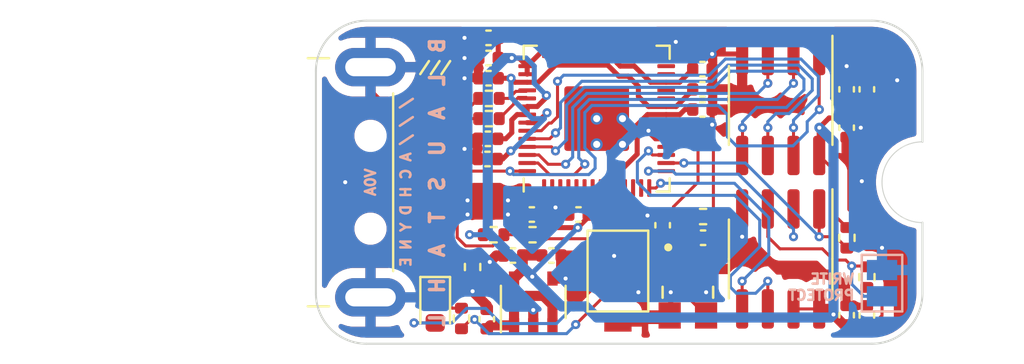
<source format=kicad_pcb>
(kicad_pcb (version 20240108) (generator "pcbnew") (generator_version "8.0")
  (layers (0 "F.Cu" signal) (31 "B.Cu" signal) (34 "B.Paste" user) (35 "F.Paste" user) (36 "B.SilkS" user "B.Silkscreen") (37 "F.SilkS" user "F.Silkscreen") (38 "B.Mask" user) (39 "F.Mask" user) (44 "Edge.Cuts" user))
  (net 0 "")
  (net 1 "GND")
  (net 2 "/PWR5V0")
  (net 3 "/PWR3V3")
  (net 4 "Net-(FB1-Pad2)")
  (net 5 "/USB_DP")
  (net 6 "/XIN")
  (net 7 "Net-(C2-Pad1)")
  (net 8 "/PWR1V1")
  (net 15 "/SPI_SS_FRAM")
  (net 16 "/SPI_SCK")
  (net 17 "/SPI_MOSI")
  (net 18 "/SPI_MISO")
  (net 20 "/BOOT")
  (net 22 "/XOUT")
  (net 23 "/RP_QSPI_SS")
  (net 30 "Net-(D1-Pad1)")
  (net 31 "/LED")
  (net 39 "/ADC0")
  (net 40 "/ADC1")
  (net 41 "/ADC2")
  (net 42 "/ADC3")
  (net 43 "/USB_DN")
  (net 44 "/RP_QSPI_IO3")
  (net 45 "/RP_QSPI_SCK")
  (net 46 "/RP_QSPI_IO0")
  (net 47 "/RP_QSPI_IO2")
  (net 48 "/RP_QSPI_IO1")
  (net 49 "/USBC_DP")
  (net 50 "/USBC_DN")
  (net 53 "/SPI_WP")
  (footprint "Connector_USB:USB_A_CNCTech_1001-011-01101_Horizontal" (layer "F.Cu") (at 95.8 108.001 180)
    (property "Reference" "J1" (hide yes))
    (property "Value" "USB_A" (hide yes))
  )
  (footprint "Resistor_SMD:R_0402_1005Metric" (layer "F.Cu") (at 119.15 109.7)
    (property "Reference" "R4" (hide yes))
    (property "Value" "1K" (hide yes))
  )
  (footprint "Resistor_SMD:R_0402_1005Metric" (layer "F.Cu") (at 107.2 114.75 -90)
    (property "Reference" "R8" (hide yes))
    (property "Value" "536R" (hide yes))
  )
  (footprint "Capacitor_SMD:C_0402_1005Metric" (layer "F.Cu") (at 108.5375 102.85 180)
    (property "Reference" "C11" (hide yes))
    (property "Value" "1uF" (hide yes))
  )
  (footprint "Capacitor_SMD:C_0402_1005Metric" (layer "F.Cu") (at 108.4875 106.85 180)
    (property "Reference" "C9" (hide yes))
    (property "Value" "100nF" (hide yes))
  )
  (footprint "Package_SO:TSOP-5_1.65x3.05mm_P0.95mm" (layer "F.Cu") (at 110.75 113.93 90)
    (property "Reference" "U4" (hide yes))
    (property "Value" "NCP115" (hide yes))
  )
  (footprint "Resistor_SMD:R_0402_1005Metric" (layer "F.Cu") (at 126.2625 110.755 -90)
    (property "Reference" "R7" (hide yes))
    (property "Value" "10K" (hide yes))
  )
  (footprint "Resistor_SMD:R_0402_1005Metric" (layer "F.Cu") (at 108.79 110.6)
    (property "Reference" "R5" (hide yes))
    (property "Value" "10K" (hide yes))
  )
  (footprint "LD-CRYSTALS:XTAL_ECS-240-8-33-AGN-TR" (layer "F.Cu") (at 118.3975 113.45 -90)
    (property "Reference" "Y1" (hide yes))
    (property "Value" "ECS-80-12-33-JGN-TR-12MHZ" (hide yes))
  )
  (footprint "Capacitor_SMD:C_0402_1005Metric" (layer "F.Cu") (at 117.15 110.13 -90)
    (property "Reference" "C1" (hide yes))
    (property "Value" "15pF" (hide yes))
  )
  (footprint "Resistor_SMD:R_0402_1005Metric" (layer "F.Cu") (at 107.75 112.2 90)
    (property "Reference" "FB1" (hide yes))
    (property "Value" "Ferrite_Bead_Small" (hide yes))
  )
  (footprint "Capacitor_SMD:C_0402_1005Metric" (layer "F.Cu") (at 119.1175 104.4)
    (property "Reference" "C13" (hide yes))
    (property "Value" "100nF" (hide yes))
  )
  (footprint "Capacitor_SMD:C_0402_1005Metric" (layer "F.Cu") (at 127.25 103.4 90)
    (property "Reference" "C3" (hide yes))
    (property "Value" "10uF" (hide yes))
  )
  (footprint "LED_SMD:LED_0603_1608Metric" (layer "F.Cu") (at 105.9 114.18 -90)
    (property "Reference" "D1" (hide yes))
    (property "Value" "LEDB" (hide yes))
  )
  (footprint "Capacitor_SMD:C_0402_1005Metric" (layer "F.Cu") (at 126.25 114.585 90)
    (property "Reference" "C16" (hide yes))
    (property "Value" "100nF" (hide yes))
  )
  (footprint "Capacitor_SMD:C_0402_1005Metric" (layer "F.Cu") (at 119.15 110.75)
    (property "Reference" "C2" (hide yes))
    (property "Value" "15pF" (hide yes))
  )
  (footprint "Capacitor_SMD:C_0402_1005Metric" (layer "F.Cu") (at 126.25 105.3 -90)
    (property "Reference" "C14" (hide yes))
    (property "Value" "100nF" (hide yes))
  )
  (footprint "Resistor_SMD:R_0402_1005Metric" (layer "F.Cu") (at 108.5575 103.85)
    (property "Reference" "R2" (hide yes))
    (property "Value" "27R" (hide yes))
  )
  (footprint "Capacitor_SMD:C_0402_1005Metric" (layer "F.Cu") (at 119.1175 102.4)
    (property "Reference" "C12" (hide yes))
    (property "Value" "100nF" (hide yes))
  )
  (footprint "Capacitor_SMD:C_0402_1005Metric" (layer "F.Cu") (at 108.5375 100.85 180)
    (property "Reference" "C6" (hide yes))
    (property "Value" "100nF" (hide yes))
  )
  (footprint "LD-MCUS:RP2040-QFN-56-OFFICIAL" (layer "F.Cu") (at 113.8875 104.85 90)
    (property "Reference" "U1" (hide yes))
    (property "Value" "RP2040" (hide yes))
  )
  (footprint "Package_SO:SOIC-8_3.9x4.9mm_P1.27mm" (layer "F.Cu") (at 122.9875 104.2 -90)
    (property "Reference" "U2" (hide yes))
    (property "Value" "W25Q32JVSS" (hide yes))
  )
  (footprint "Capacitor_SMD:C_0402_1005Metric" (layer "F.Cu") (at 108.5375 101.85 180)
    (property "Reference" "C4" (hide yes))
    (property "Value" "1uF" (hide yes))
  )
  (footprint "Resistor_SMD:R_0402_1005Metric" (layer "F.Cu") (at 108.5575 104.85)
    (property "Reference" "R3" (hide yes))
    (property "Value" "27R" (hide yes))
  )
  (footprint "Capacitor_SMD:C_0402_1005Metric" (layer "F.Cu") (at 112.9875 109.6 180)
    (property "Reference" "C8" (hide yes))
    (property "Value" "100nF" (hide yes))
  )
  (footprint "Capacitor_SMD:C_0402_1005Metric" (layer "F.Cu") (at 108.45 114.78 90)
    (property "Reference" "C17" (hide yes))
    (property "Value" "4.7uF" (hide yes))
  )
  (footprint "Resistor_SMD:R_0402_1005Metric" (layer "F.Cu") (at 110.715 110.6 180)
    (property "Reference" "R6" (hide yes))
    (property "Value" "1K" (hide yes))
  )
  (footprint "Capacitor_SMD:C_0402_1005Metric" (layer "F.Cu") (at 110.68 109.6 180)
    (property "Reference" "C5" (hide yes))
    (property "Value" "100nF" (hide yes))
  )
  (footprint "Capacitor_SMD:C_0402_1005Metric" (layer "F.Cu") (at 119.1175 103.4)
    (property "Reference" "C7" (hide yes))
    (property "Value" "100nF" (hide yes))
  )
  (footprint "Package_SO:SOIC-8_3.9x4.9mm_P1.27mm" (layer "F.Cu") (at 122.9875 111.8 -90)
    (property "Reference" "U3" (hide yes))
    (property "Value" "MB85RS16" (hide yes))
  )
  (footprint "Capacitor_SMD:C_0402_1005Metric" (layer "F.Cu") (at 126.25 103.4 90)
    (property "Reference" "C15" (hide yes))
    (property "Value" "1uF" (hide yes))
  )
  (footprint "LD-SWITCH:Button_2P_3x4mm" (layer "F.Cu") (at 114.9375 112.4 -90)
    (property "Reference" "SW1" (hide yes))
    (property "Value" "BOOT" (hide yes))
  )
  (footprint "Resistor_SMD:R_0402_1005Metric" (layer "F.Cu") (at 127.25 112.7 90)
    (property "Reference" "R1" (hide yes))
    (property "Value" "10K" (hide yes))
  )
  (footprint "Capacitor_SMD:C_0402_1005Metric" (layer "F.Cu") (at 108.5075 105.85 180)
    (property "Reference" "C10" (hide yes))
    (property "Value" "100nF" (hide yes))
  )
  (footprint "Capacitor_SMD:C_0402_1005Metric" (layer "F.Cu") (at 127.25 114.6 90)
    (property "Reference" "C20" (hide yes))
    (property "Value" "1uF" (hide yes))
  )
  (footprint "Capacitor_SMD:C_0402_1005Metric" (layer "F.Cu") (at 111.65 111.63)
    (property "Reference" "C19" (hide yes))
    (property "Value" "10uF" (hide yes))
  )
  (footprint "Capacitor_SMD:C_0402_1005Metric" (layer "F.Cu") (at 109.75 111.63 180)
    (property "Reference" "C18" (hide yes))
    (property "Value" "1uF" (hide yes))
  )
  (footprint "Jumper:SolderJumper-2_P1.3mm_Open_Pad1.0x1.5mm" (layer "B.Cu") (at 128 113 -90)
    (property "Reference" "JP1" (hide yes))
    (property "Value" "WP_ON" (hide yes))
  )
  (gr_arc (start 127.5 100) (mid 129.267767 100.732233) (end 130 102.5) (stroke (width 0.1)) (layer "Edge.Cuts"))
  (gr_line (start 127.5 116) (end 102.5 116) (stroke (width 0.1)) (layer "Edge.Cuts"))
  (gr_line (start 130 102.5) (end 130 106) (stroke (width 0.1)) (layer "Edge.Cuts"))
  (gr_arc (start 130 110) (mid 128 108) (end 130 106) (stroke (width 0.05)) (layer "Edge.Cuts"))
  (gr_arc (start 130 113.5) (mid 129.267767 115.267767) (end 127.5 116) (stroke (width 0.1)) (layer "Edge.Cuts"))
  (gr_line (start 100 113.5) (end 100 102.5) (stroke (width 0.1)) (layer "Edge.Cuts"))
  (gr_line (start 130 110) (end 130 113.5) (stroke (width 0.1)) (layer "Edge.Cuts"))
  (gr_arc (start 100 102.5) (mid 100.732233 100.732233) (end 102.5 100) (stroke (width 0.1)) (layer "Edge.Cuts"))
  (gr_line (start 102.5 100) (end 127.5 100) (stroke (width 0.1)) (layer "Edge.Cuts"))
  (gr_arc (start 102.5 116) (mid 100.732233 115.267767) (end 100 113.5) (stroke (width 0.1)) (layer "Edge.Cuts"))
  (gr_text "B  L  A  U  S  T  A  H  L" (at 106 108 90) (layer "B.SilkS") (effects (font (size 0.7 0.7) (thickness 0.175)) (justify mirror)))
  (gr_text "V0A" (at 102.7 108 90) (layer "B.SilkS") (effects (font (size 0.5 0.5) (thickness 0.125)) (justify mirror)))
  (gr_text "WRITE\nPROTECT" (at 126.7 113.2 0) (layer "B.SilkS") (effects (font (size 0.5 0.5) (thickness 0.125)) (justify left mirror)))
  (gr_text "/ / / A C H D Y N E" (at 104.45 108.001001 90) (layer "B.SilkS") (effects (font (size 0.5 0.5) (thickness 0.125)) (justify mirror)))
  (gr_text "///" (at 105.9 102.3 0) (layer "F.SilkS") (effects (font (size 0.5 0.5) (thickness 0.125))))
  (segment (start 108.0575 101.85) (end 107.35 101.85) (width 0.25) (layer "F.Cu") (net 1))
  (segment (start 126.25 114.105) (end 126.25 113.4) (width 0.25) (layer "F.Cu") (net 1))
  (segment (start 126.25 113.1) (end 125.6 112.45) (width 0.25) (layer "F.Cu") (net 1))
  (segment (start 108.0575 102.85) (end 107.35 102.85) (width 0.25) (layer "F.Cu") (net 1))
  (segment (start 115.2375 114.6) (end 114.9375 114.9) (width 0.15) (layer "F.Cu") (net 1))
  (segment (start 112.13 112.55) (end 112.35 112.77) (width 0.5) (layer "F.Cu") (net 1))
  (segment (start 121.0075 101.65) (end 121.0825 101.725) (width 0.25) (layer "F.Cu") (net 1))
  (segment (start 102.7 103.65) (end 102.7 102.301) (width 0.5) (layer "F.Cu") (net 1))
  (segment (start 108.45 114.3) (end 108.45 114.1) (width 0.5) (layer "F.Cu") (net 1))
  (segment (start 108.0275 105.85) (end 107.85 105.85) (width 0.5) (layer "F.Cu") (net 1))
  (segment (start 109.5 109.6) (end 107.5 109.6) (width 0.5) (layer "F.Cu") (net 1))
  (segment (start 108.45 114.1) (end 107.75 113.4) (width 0.5) (layer "F.Cu") (net 1))
  (segment (start 112.2 109.6) (end 111.85 109.25) (width 0.25) (layer "F.Cu") (net 1))
  (segment (start 119.68 110.7) (end 119.63 110.75) (width 0.25) (layer "F.Cu") (net 1))
  (segment (start 126.25 102.92) (end 126.25 102.25) (width 0.25) (layer "F.Cu") (net 1))
  (segment (start 110.2 109.6) (end 109.5 109.6) (width 0.5) (layer "F.Cu") (net 1))
  (segment (start 119.2975 111.0825) (end 119.63 110.75) (width 0.25) (layer "F.Cu") (net 1))
  (segment (start 107.85 105.85) (end 107.35 106.35) (width 0.5) (layer "F.Cu") (net 1))
  (segment (start 126.25 113.4) (end 126.25 113.1) (width 0.25) (layer "F.Cu") (net 1))
  (segment (start 110.75 114.33) (end 110.75 115.09) (width 0.5) (layer "F.Cu") (net 1))
  (segment (start 126.47 105.78) (end 126.95 105.3) (width 0.25) (layer "F.Cu") (net 1))
  (segment (start 112.5075 109.6) (end 112.2 109.6) (width 0.25) (layer "F.Cu") (net 1))
  (segment (start 126.25 114.105) (end 127.235 114.105) (width 0.25) (layer "F.Cu") (net 1))
  (segment (start 121.0825 109.325) (end 121.0825 110.7) (width 0.25) (layer "F.Cu") (net 1))
  (segment (start 119.5975 103.4) (end 119.5975 102.4) (width 0.25) (layer "F.Cu") (net 1))
  (segment (start 114.9375 114.9) (end 117.1975 114.9) (width 0.25) (layer "F.Cu") (net 1))
  (segment (start 108.92 111.63) (end 108.6 111.95) (width 0.5) (layer "F.Cu") (net 1))
  (segment (start 116.8 105.85) (end 117.325 105.85) (width 0.25) (layer "F.Cu") (net 1))
  (segment (start 103.551 104.501) (end 102.7 103.65) (width 0.5) (layer "F.Cu") (net 1))
  (segment (start 109.27 111.63) (end 108.92 111.63) (width 0.5) (layer "F.Cu") (net 1))
  (segment (start 116.4 109.65) (end 117.15 109.65) (width 0.25) (layer "F.Cu") (net 1))
  (segment (start 126.25 105.78) (end 126.47 105.78) (width 0.25) (layer "F.Cu") (net 1))
  (segment (start 125.6 112.45) (end 122.8325 112.45) (width 0.25) (layer "F.Cu") (net 1))
  (segment (start 119.5975 102.4) (end 119.5975 101.65) (width 0.25) (layer "F.Cu") (net 1))
  (segment (start 127.235 114.105) (end 127.25 114.12) (width 0.25) (layer "F.Cu") (net 1))
  (segment (start 111.7 112.77) (end 112.35 112.77) (width 0.5) (layer "F.Cu") (net 1))
  (segment (start 116.45 105.45) (end 116.45 105.5) (width 0.25) (layer "F.Cu") (net 1))
  (segment (start 126.25 102.92) (end 127.25 102.92) (width 0.25) (layer "F.Cu") (net 1))
  (segment (start 117.1975 114.9) (end 117.4975 114.6) (width 0.25) (layer "F.Cu") (net 1))
  (segment (start 107.35 100.85) (end 108.0575 100.85) (width 0.25) (layer "F.Cu") (net 1))
  (segment (start 117.55 113.45) (end 117.55 114.5475) (width 0.25) (layer "F.Cu") (net 1))
  (segment (start 117.55 114.5475) (end 117.4975 114.6) (width 0.25) (layer "F.Cu") (net 1))
  (segment (start 122.8325 112.45) (end 121.0825 110.7) (width 0.25) (layer "F.Cu") (net 1))
  (segment (start 119.2975 113.4475) (end 119.3 113.45) (width 0.25) (layer "F.Cu") (net 1))
  (segment (start 109.5 108.9) (end 107.5 108.9) (width 0.5) (layer "F.Cu") (net 1))
  (segment (start 119.2975 112.3) (end 119.2975 113.4475) (width 0.25) (layer "F.Cu") (net 1))
  (segment (start 108.0075 106.85) (end 107.85 106.85) (width 0.5) (layer "F.Cu") (net 1))
  (segment (start 119.6 105.15) (end 119.6 104.4025) (width 0.25) (layer "F.Cu") (net 1))
  (segment (start 107.85 106.85) (end 107.35 106.35) (width 0.5) (layer "F.Cu") (net 1))
  (segment (start 112.13 111.63) (end 112.13 112.55) (width 0.5) (layer "F.Cu") (net 1))
  (segment (start 105.45 104.501) (end 103.551 104.501) (width 0.5) (layer "F.Cu") (net 1))
  (segment (start 119.6 104.4025) (end 119.5975 104.4) (width 0.25) (layer "F.Cu") (net 1))
  (segment (start 116.45 105.5) (end 116.8 105.85) (width 0.25) (layer "F.Cu") (net 1))
  (segment (start 119.5975 101.65) (end 121.0075 101.65) (width 0.25) (layer "F.Cu") (net 1))
  (segment (start 119.2975 112.3) (end 119.2975 111.0825) (width 0.25) (layer "F.Cu") (net 1))
  (segment (start 119.5975 104.4) (end 119.5975 103.4) (width 0.25) (layer "F.Cu") (net 1))
  (segment (start 121.0825 110.7) (end 119.68 110.7) (width 0.25) (layer "F.Cu") (net 1))
  (via (at 119.6 105.15) (size 0.45) (drill 0.2) (layers "F.Cu" "B.Cu") (net 1))
  (via (at 111.85 109.25) (size 0.45) (drill 0.2) (layers "F.Cu" "B.Cu") (net 1))
  (via (at 128 111.25) (size 0.45) (drill 0.2) (layers "F.Cu" "B.Cu") (net 1))
  (via (at 116.45 105.45) (size 0.45) (drill 0.2) (layers "F.Cu" "B.Cu") (net 1))
  (via (at 107.35 102.85) (size 0.45) (drill 0.2) (layers "F.Cu" "B.Cu") (net 1))
  (via (at 107.5 109.6) (size 0.45) (drill 0.2) (layers "F.Cu" "B.Cu") (net 1))
  (via (at 127 107.95) (size 0.45) (drill 0.2) (layers "F.Cu" "B.Cu") (net 1))
  (via (at 107.35 100.85) (size 0.45) (drill 0.2) (layers "F.Cu" "B.Cu") (net 1))
  (via (at 119.3 113.45) (size 0.45) (drill 0.2) (layers "F.Cu" "B.Cu") (net 1))
  (via (at 126.95 105.3) (size 0.45) (drill 0.2) (layers "F.Cu" "B.Cu") (net 1))
  (via (at 121.0825 110.7) (size 0.45) (drill 0.2) (layers "F.Cu" "B.Cu") (net 1))
  (via (at 108.6 111.95) (size 0.45) (drill 0.2) (layers "F.Cu" "B.Cu") (net 1))
  (via (at 128.75 102.95) (size 0.45) (drill 0.2) (layers "F.Cu" "B.Cu") (net 1))
  (via (at 101.45 108) (size 0.45) (drill 0.2) (layers "F.Cu" "B.Cu") (net 1))
  (via (at 107.35 101.85) (size 0.45) (drill 0.2) (layers "F.Cu" "B.Cu") (net 1))
  (via (at 115.95 113.45) (size 0.45) (drill 0.2) (layers "F.Cu" "B.Cu") (net 1))
  (via (at 126.25 102.25) (size 0.45) (drill 0.2) (layers "F.Cu" "B.Cu") (net 1))
  (via (at 116.4 109.65) (size 0.45) (drill 0.2) (layers "F.Cu" "B.Cu") (net 1))
  (via (at 109.5 108.9) (size 0.45) (drill 0.2) (layers "F.Cu" "B.Cu") (net 1))
  (via (at 117.8 101.05) (size 0.45) (drill 0.2) (layers "F.Cu" "B.Cu") (net 1))
  (via (at 114.75 111.65) (size 0.45) (drill 0.2) (layers "F.Cu" "B.Cu") (net 1))
  (via (at 107.35 106.35) (size 0.45) (drill 0.2) (layers "F.Cu" "B.Cu") (net 1))
  (via (at 117.55 113.45) (size 0.45) (drill 0.2) (layers "F.Cu" "B.Cu") (net 1))
  (via (at 109.5 109.6) (size 0.45) (drill 0.2) (layers "F.Cu" "B.Cu") (net 1))
  (via (at 119.5975 101.65) (size 0.45) (drill 0.2) (layers "F.Cu" "B.Cu") (net 1))
  (via (at 110.75 114.33) (size 0.45) (drill 0.2) (layers "F.Cu" "B.Cu") (net 1))
  (via (at 112.35 112.77) (size 0.45) (drill 0.2) (layers "F.Cu" "B.Cu") (net 1))
  (via (at 107.75 113.4) (size 0.45) (drill 0.2) (layers "F.Cu" "B.Cu") (net 1))
  (via (at 107.5 108.9) (size 0.45) (drill 0.2) (layers "F.Cu" "B.Cu") (net 1))
  (segment (start 111.7 114.08) (end 111.25 113.63) (width 0.5) (layer "F.Cu") (net 2))
  (segment (start 109.8 114.23) (end 109.8 115.09) (width 0.5) (layer "F.Cu") (net 2))
  (segment (start 108.28 112.71) (end 109.8 114.23) (width 0.5) (layer "F.Cu") (net 2))
  (segment (start 107.75 112.71) (end 108.28 112.71) (width 0.5) (layer "F.Cu") (net 2))
  (segment (start 111.7 115.09) (end 111.7 114.08) (width 0.5) (layer "F.Cu") (net 2))
  (segment (start 111.25 113.63) (end 110.4 113.63) (width 0.5) (layer "F.Cu") (net 2))
  (segment (start 108.62 115.09) (end 108.45 115.26) (width 0.5) (layer "F.Cu") (net 2))
  (segment (start 109.8 115.09) (end 108.62 115.09) (width 0.5) (layer "F.Cu") (net 2))
  (segment (start 110.4 113.63) (end 109.8 114.23) (width 0.5) (layer "F.Cu") (net 2))
  (segment (start 114.673506 100.7) (end 114.8875 100.913994) (width 0.25) (layer "F.Cu") (net 3))
  (segment (start 110.23 112.34) (end 109.8 112.77) (width 0.5) (layer "F.Cu") (net 3))
  (segment (start 125.38 104.82) (end 124.9 105.3) (width 0.25) (layer "F.Cu") (net 3))
  (segment (start 109.0175 100.85) (end 109.0175 101.85) (width 0.25) (layer "F.Cu") (net 3))
  (segment (start 117.325 104.65) (end 116.4 104.65) (width 0.25) (layer "F.Cu") (net 3))
  (segment (start 109.6875 105.55) (end 109.3875 105.85) (width 0.25) (layer "F.Cu") (net 3))
  (segment (start 125.7 109.6825) (end 125.7 107.4825) (width 0.15) (layer "F.Cu") (net 3))
  (segment (start 111.4 103.79804) (end 111.4 103.7) (width 0.25) (layer "F.Cu") (net 3))
  (segment (start 114.8875 107.6125) (end 114.8875 108.2875) (width 0.25) (layer "F.Cu") (net 3))
  (segment (start 109.3875 105.85) (end 108.9875 105.85) (width 0.25) (layer "F.Cu") (net 3))
  (segment (start 126.2625 110.245) (end 125.7 109.6825) (width 0.15) (layer "F.Cu") (net 3))
  (segment (start 118 104.65) (end 117.325 104.65) (width 0.25) (layer "F.Cu") (net 3))
  (segment (start 126.25 103.88) (end 126.25 104.82) (width 0.25) (layer "F.Cu") (net 3))
  (segment (start 111.501494 100.7) (end 114.673506 100.7) (width 0.25) (layer "F.Cu") (net 3))
  (segment (start 115.75 102.25) (end 116.55 103.05) (width 0.25) (layer "F.Cu") (net 3))
  (segment (start 124.8925 114.275) (end 125.325 114.275) (width 0.5) (layer "F.Cu") (net 3))
  (segment (start 110.36 112.34) (end 110.7 112.68) (width 0.5) (layer "F.Cu") (net 3))
  (segment (start 126.265 115.08) (end 126.25 115.065) (width 0.25) (layer "F.Cu") (net 3))
  (segment (start 111.2875 108.2875) (end 111.2875 109.4725) (width 0.25) (layer "F.Cu") (net 3))
  (segment (start 114.8875 101.4125) (end 114.8875 102.0875) (width 0.25) (layer "F.Cu") (net 3))
  (segment (start 109.6875 101.85) (end 110.05 101.85) (width 0.25) (layer "F.Cu") (net 3))
  (segment (start 110.45 102.25) (end 111.2875 101.4125) (width 0.25) (layer "F.Cu") (net 3))
  (segment (start 110.23 111.63) (end 111.17 111.63) (width 0.5) (layer "F.Cu") (net 3))
  (segment (start 113.4675 109.7325) (end 112.95 110.25) (width 0.25) (layer "F.Cu") (net 3))
  (segment (start 124.8925 105.3075) (end 124.9 105.3) (width 0.25) (layer "F.Cu") (net 3))
  (segment (start 114.0175 109.05) (end 113.4675 109.6) (width 0.25) (layer "F.Cu") (net 3))
  (segment (start 111.2875 101.4125) (end 111.2875 100.913994) (width 0.25) (layer "F.Cu") (net 3))
  (segment (start 128 113.96) (end 127.25 113.21) (width 0.15) (layer "F.Cu") (net 3))
  (segment (start 124.8925 106.675) (end 124.8925 105.3075) (width 0.25) (layer "F.Cu") (net 3))
  (segment (start 111.792893 110.25) (end 111.16 109.617107) (width 0.25) (layer "F.Cu") (net 3))
  (segment (start 117.9875 103.05) (end 118.6375 102.4) (width 0.25) (layer "F.Cu") (net 3))
  (segment (start 114.8875 108.9125) (end 114.75 109.05) (width 0.25) (layer "F.Cu") (net 3))
  (segment (start 115.89 106.61) (end 114.8875 107.6125) (width 0.25) (layer "F.Cu") (net 3))
  (segment (start 109.0175 101.85) (end 109.6875 101.85) (width 0.25) (layer "F.Cu") (net 3))
  (segment (start 111.2875 109.4725) (end 111.16 109.6) (width 0.25) (layer "F.Cu") (net 3))
  (segment (start 111.16 109.617107) (end 111.16 109.6) (width 0.25) (layer "F.Cu") (net 3))
  (segment (start 125.6 114.55) (end 126.115 115.065) (width 0.5) (layer "F.Cu") (net 3))
  (segment (start 110.23 112.34) (end 110.36 112.34) (width 0.5) (layer "F.Cu") (net 3))
  (segment (start 110.45 102.25) (end 110.45 102.65) (width 0.25) (layer "F.Cu") (net 3))
  (segment (start 126.25 103.88) (end 127.25 103.88) (width 0.25) (layer "F.Cu") (net 3))
  (segment (start 123.6225 114.275) (end 124.8925 114.275) (width 0.15) (layer "F.Cu") (net 3))
  (segment (start 115.05 102.25) (end 115.75 102.25) (width 0.25) (layer "F.Cu") (net 3))
  (segment (start 110.05 101.85) (end 110.45 102.25) (width 0.25) (layer "F.Cu") (net 3))
  (segment (start 114.75 109.05) (end 114.0175 109.05) (width 0.25) (layer "F.Cu") (net 3))
  (segment (start 110.94804 104.25) (end 111.4 103.79804) (width 0.25) (layer "F.Cu") (net 3))
  (segment (start 110.45 104.25) (end 110.94804 104.25) (width 0.25) (layer "F.Cu") (net 3))
  (segment (start 127.25 115.08) (end 126.265 115.08) (width 0.25) (layer "F.Cu") (net 3))
  (segment (start 126.25 104.82) (end 125.38 104.82) (width 0.25) (layer "F.Cu") (net 3))
  (segment (start 125.325 114.275) (end 125.6 114.55) (width 0.5) (layer "F.Cu") (net 3))
  (segment (start 127.25 115.08) (end 127.52 115.08) (width 0.15) (layer "F.Cu") (net 3))
  (segment (start 114.8875 108.2875) (end 114.8875 108.9125) (width 0.25) (layer "F.Cu") (net 3))
  (segment (start 117.325 103.05) (end 117.9875 103.05) (width 0.25) (layer "F.Cu") (net 3))
  (segment (start 110.23 111.63) (end 110.23 112.34) (width 0.5) (layer "F.Cu") (net 3))
  (segment (start 111.2875 100.913994) (end 111.501494 100.7) (width 0.25) (layer "F.Cu") (net 3))
  (segment (start 126.115 115.065) (end 126.25 115.065) (width 0.5) (layer "F.Cu") (net 3))
  (segment (start 116.55 103.05) (end 117.325 103.05) (width 0.25) (layer "F.Cu") (net 3))
  (segment (start 127.52 115.08) (end 128 114.6) (width 0.15) (layer "F.Cu") (net 3))
  (segment (start 110.45 104.65) (end 109.952881 104.65) (width 0.25) (layer "F.Cu") (net 3))
  (segment (start 118.6375 104.4) (end 118.25 104.4) (width 0.25) (layer "F.Cu") (net 3))
  (segment (start 109.6875 104.915381) (end 109.6875 105.55) (width 0.25) (layer "F.Cu") (net 3))
  (segment (start 116.4 104.65) (end 115.89 105.16) (width 0.25) (layer "F.Cu") (net 3))
  (segment (start 115.89 105.16) (end 115.89 106.61) (width 0.25) (layer "F.Cu") (net 3))
  (segment (start 114.8875 100.913994) (end 114.8875 101.4125) (width 0.25) (layer "F.Cu") (net 3))
  (segment (start 104.85 114.9675) (end 105.9 114.9675) (width 0.15) (layer "F.Cu") (net 3))
  (segment (start 110.45 104.25) (end 110.45 104.65) (width 0.25) (layer "F.Cu") (net 3))
  (segment (start 113.4675 109.6) (end 113.4675 109.7325) (width 0.25) (layer "F.Cu") (net 3))
  (segment (start 107.6 110.6) (end 108.28 110.6) (width 0.25) (layer "F.Cu") (net 3))
  (segment (start 109.952881 104.65) (end 109.6875 104.915381) (width 0.25) (layer "F.Cu") (net 3))
  (segment (start 114.8875 102.0875) (end 115.05 102.25) (width 0.25) (layer "F.Cu") (net 3))
  (segment (start 128 114.6) (end 128 113.96) (width 0.15) (layer "F.Cu") (net 3))
  (segment (start 112.95 110.25) (end 111.792893 110.25) (width 0.25) (layer "F.Cu") (net 3))
  (segment (start 118.25 104.4) (end 118 104.65) (width 0.25) (layer "F.Cu") (net 3))
  (segment (start 125.7 107.4825) (end 124.8925 106.675) (width 0.15) (layer "F.Cu") (net 3))
  (via (at 112.95 110.25) (size 0.45) (drill 0.2) (layers "F.Cu" "B.Cu") (net 3))
  (via (at 125.6 114.55) (size 0.45) (drill 0.2) (layers "F.Cu" "B.Cu") (net 3))
  (via (at 107.6 110.6) (size 0.45) (drill 0.2) (layers "F.Cu" "B.Cu") (net 3))
  (via (at 104.85 114.9675) (size 0.45) (drill 0.2) (layers "F.Cu" "B.Cu") (net 3))
  (via (at 110.7 112.68) (size 0.45) (drill 0.2) (layers "F.Cu" "B.Cu") (net 3))
  (via (at 111.4 103.7) (size 0.45) (drill 0.2) (layers "F.Cu" "B.Cu") (net 3))
  (via (at 124.9 105.3) (size 0.45) (drill 0.2) (layers "F.Cu" "B.Cu") (net 3))
  (via (at 109.6875 101.85) (size 0.45) (drill 0.2) (layers "F.Cu" "B.Cu") (net 3))
  (segment (start 108.4 114.25) (end 109.15 115) (width 0.15) (layer "B.Cu") (net 3))
  (segment (start 113.9 114.7) (end 125.45 114.7) (width 0.5) (layer "B.Cu") (net 3))
  (segment (start 112.15 114.15) (end 112.75 114.15) (width 0.5) (layer "B.Cu") (net 3))
  (segment (start 113.35 114.15) (end 113.9 114.7) (width 0.5) (layer "B.Cu") (net 3))
  (segment (start 110.7 112.5) (end 112.95 110.25) (width 0.25) (layer "B.Cu") (net 3))
  (segment (start 109.15 115) (end 111.9 115) (width 0.15) (layer "B.Cu") (net 3))
  (segment (start 112.75 114.15) (end 113.35 114.15) (width 0.5) (layer "B.Cu") (net 3))
  (segment (start 107.6 110.6) (end 108.38 110.6) (width 0.25) (layer "B.Cu") (net 3))
  (segment (start 110.4 101.85) (end 110.8 102.25) (width 0.25) (layer "B.Cu") (net 3))
  (segment (start 125.6 106) (end 124.9 105.3) (width 0.5) (layer "B.Cu") (net 3))
  (segment (start 107.45 114.25) (end 108.4 114.25) (width 0.15) (layer "B.Cu") (net 3))
  (segment (start 110.7 112.7) (end 112.15 114.15) (width 0.5) (layer "B.Cu") (net 3))
  (segment (start 110.8 102.25) (end 110.8 103.1) (width 0.25) (layer "B.Cu") (net 3))
  (segment (start 106.7325 114.9675) (end 107.45 114.25) (width 0.15) (layer "B.Cu") (net 3))
  (segment (start 108.5 102.72) (end 109.37 101.85) (width 0.5) (layer "B.Cu") (net 3))
  (segment (start 109.6875 101.85) (end 110.4 101.85) (width 0.25) (layer "B.Cu") (net 3))
  (segment (start 110.7 112.68) (end 110.7 112.5) (width 0.25) (layer "B.Cu") (net 3))
  (segment (start 125.6 114.55) (end 125.6 106) (width 0.5) (layer "B.Cu") (net 3))
  (segment (start 109.37 101.85) (end 109.6875 101.85) (width 0.5) (layer "B.Cu") (net 3))
  (segment (start 108.5 110.48) (end 110.7 112.68) (width 0.5) (layer "B.Cu") (net 3))
  (segment (start 125.45 114.7) (end 125.6 114.55) (width 0.5) (layer "B.Cu") (net 3))
  (segment (start 108.5 110.48) (end 108.5 102.72) (width 0.5) (layer "B.Cu") (net 3))
  (segment (start 108.38 110.6) (end 108.5 110.48) (width 0.25) (layer "B.Cu") (net 3))
  (segment (start 111.9 115) (end 112.75 114.15) (width 0.15) (layer "B.Cu") (net 3))
  (segment (start 110.7 112.68) (end 110.7 112.7) (width 0.5) (layer "B.Cu") (net 3))
  (segment (start 110.8 103.1) (end 111.4 103.7) (width 0.25) (layer "B.Cu") (net 3))
  (segment (start 104.85 114.9675) (end 106.7325 114.9675) (width 0.15) (layer "B.Cu") (net 3))
  (segment (start 107.75 111.69) (end 105.639 111.69) (width 0.5) (layer "F.Cu") (net 4))
  (segment (start 105.639 111.69) (end 105.45 111.501) (width 0.5) (layer "F.Cu") (net 4))
  (segment (start 110.012499 103.800001) (end 109.7875 104.025) (width 0.15) (layer "F.Cu") (net 5))
  (segment (start 109.7875 104.13) (end 109.0675 104.85) (width 0.15) (layer "F.Cu") (net 5))
  (segment (start 109.7875 104.025) (end 109.7875 104.13) (width 0.15) (layer "F.Cu") (net 5))
  (segment (start 110.45 103.85) (end 110.400001 103.800001) (width 0.15) (layer "F.Cu") (net 5))
  (segment (start 110.400001 103.800001) (end 110.012499 103.800001) (width 0.15) (layer "F.Cu") (net 5))
  (segment (start 117.685 109.215) (end 118.9 108) (width 0.15) (layer "F.Cu") (net 6))
  (segment (start 117.685 110.075) (end 117.685 109.215) (width 0.15) (layer "F.Cu") (net 6))
  (segment (start 117.4975 110.9575) (end 117.15 110.61) (width 0.15) (layer "F.Cu") (net 6))
  (segment (start 117.15 110.61) (end 117.685 110.075) (width 0.15) (layer "F.Cu") (net 6))
  (segment (start 117.4975 112.3) (end 117.4975 110.9575) (width 0.15) (layer "F.Cu") (net 6))
  (segment (start 118.9 108) (end 118.9 106.2) (width 0.15) (layer "F.Cu") (net 6))
  (segment (start 118.9 106.2) (end 118.15 105.45) (width 0.15) (layer "F.Cu") (net 6))
  (segment (start 118.15 105.45) (end 117.325 105.45) (width 0.15) (layer "F.Cu") (net 6))
  (segment (start 118.4 111.02) (end 118.67 110.75) (width 0.15) (layer "F.Cu") (net 7))
  (segment (start 118.4 113.7025) (end 118.4 111.02) (width 0.15) (layer "F.Cu") (net 7))
  (segment (start 118.67 110.75) (end 118.67 109.73) (width 0.15) (layer "F.Cu") (net 7))
  (segment (start 119.2975 114.6) (end 118.4 113.7025) (width 0.15) (layer "F.Cu") (net 7))
  (segment (start 118.67 109.73) (end 118.64 109.7) (width 0.15) (layer "F.Cu") (net 7))
  (segment (start 108.9675 106.85) (end 109.2375 106.85) (width 0.25) (layer "F.Cu") (net 8))
  (segment (start 110.45 103.05) (end 109.85 103.05) (width 0.25) (layer "F.Cu") (net 8))
  (segment (start 114.984314 102.75) (end 114.434314 102.2) (width 0.25) (layer "F.Cu") (net 8))
  (segment (start 115.45 102.75) (end 114.984314 102.75) (width 0.25) (layer "F.Cu") (net 8))
  (segment (start 111 103.05) (end 110.45 103.05) (width 0.25) (layer "F.Cu") (net 8))
  (segment (start 117.325 104.25) (end 116.45 104.25) (width 0.25) (layer "F.Cu") (net 8))
  (segment (start 111.85 102.2) (end 111 103.05) (width 0.25) (layer "F.Cu") (net 8))
  (segment (start 118.6375 103.434619) (end 118.6375 103.4) (width 0.25) (layer "F.Cu") (net 8))
  (segment (start 117.822119 104.25) (end 118.6375 103.434619) (width 0.25) (layer "F.Cu") (net 8))
  (segment (start 115.95 103.25) (end 115.45 102.75) (width 0.25) (layer "F.Cu") (net 8))
  (segment (start 115.95 103.75) (end 115.95 103.25) (width 0.25) (layer "F.Cu") (net 8))
  (segment (start 109.65 102.85) (end 109.0175 102.85) (width 0.25) (layer "F.Cu") (net 8))
  (segment (start 110.45 105.05) (end 110.948506 105.05) (width 0.25) (layer "F.Cu") (net 8))
  (segment (start 109.2375 106.85) (end 109.6375 106.45) (width 0.25) (layer "F.Cu") (net 8))
  (segment (start 117.325 104.25) (end 117.822119 104.25) (width 0.25) (layer "F.Cu") (net 8))
  (segment (start 110.948506 105.05) (end 111.43 104.568506) (width 0.25) (layer "F.Cu") (net 8))
  (segment (start 111.43 104.568506) (end 111.43 104.56) (width 0.25) (layer "F.Cu") (net 8))
  (segment (start 109.85 103.05) (end 109.65 102.85) (width 0.25) (layer "F.Cu") (net 8))
  (segment (start 114.434314 102.2) (end 111.85 102.2) (width 0.25) (layer "F.Cu") (net 8))
  (segment (start 116.45 104.25) (end 115.95 103.75) (width 0.25) (layer "F.Cu") (net 8))
  (via (at 109.65 102.85) (size 0.45) (drill 0.2) (layers "F.Cu" "B.Cu") (net 8))
  (via (at 111.43 104.56) (size 0.45) (drill 0.2) (layers "F.Cu" "B.Cu") (net 8))
  (via (at 109.6375 106.45) (size 0.45) (drill 0.2) (layers "F.Cu" "B.Cu") (net 8))
  (segment (start 109.6375 106.45) (end 109.7 106.45) (width 0.25) (layer "B.Cu") (net 8))
  (segment (start 111.3 104.85) (end 110.7 104.85) (width 0.25) (layer "B.Cu") (net 8))
  (segment (start 110.7 104.85) (end 109.65 103.8) (width 0.25) (layer "B.Cu") (net 8))
  (segment (start 109.7 106.45) (end 111.3 104.85) (width 0.25) (layer "B.Cu") (net 8))
  (segment (start 109.65 103.8) (end 109.65 102.85) (width 0.25) (layer "B.Cu") (net 8))
  (segment (start 117.325 107.05) (end 118.2 107.05) (width 0.15) (layer "F.Cu") (net 15))
  (segment (start 124.8925 109.325) (end 124.8925 110.7) (width 0.15) (layer "F.Cu") (net 15))
  (segment (start 125.6975 110.7) (end 126.2625 111.265) (width 0.15) (layer "F.Cu") (net 15))
  (segment (start 124.8925 110.7) (end 125.6975 110.7) (width 0.15) (layer "F.Cu") (net 15))
  (via (at 118.2 107.05) (size 0.45) (drill 0.2) (layers "F.Cu" "B.Cu") (net 15))
  (via (at 124.8925 110.7) (size 0.45) (drill 0.2) (layers "F.Cu" "B.Cu") (net 15))
  (segment (start 121.2425 107.05) (end 124.8925 110.7) (width 0.15) (layer "B.Cu") (net 15))
  (segment (start 118.2 107.05) (end 121.2425 107.05) (width 0.15) (layer "B.Cu") (net 15))
  (segment (start 117.325 106.65) (end 116.65 106.65) (width 0.15) (layer "F.Cu") (net 16))
  (segment (start 116.65 106.65) (end 116.45 106.45) (width 0.15) (layer "F.Cu") (net 16))
  (segment (start 122.3525 114.275) (end 122.3525 112.9025) (width 0.15) (layer "F.Cu") (net 16))
  (segment (start 122.3525 112.9025) (end 122.35 112.9) (width 0.15) (layer "F.Cu") (net 16))
  (via (at 122.35 112.9) (size 0.45) (drill 0.2) (layers "F.Cu" "B.Cu") (net 16))
  (via (at 116.45 106.45) (size 0.45) (drill 0.2) (layers "F.Cu" "B.Cu") (net 16))
  (segment (start 122.35 112.9) (end 121.75 113.5) (width 0.15) (layer "B.Cu") (net 16))
  (segment (start 116.55 108.65) (end 115.9 108) (width 0.15) (layer "B.Cu") (net 16))
  (segment (start 121.75 113.5) (end 120.8 113.5) (width 0.15) (layer "B.Cu") (net 16))
  (segment (start 120.8 113.5) (end 120.5 113.2) (width 0.15) (layer "B.Cu") (net 16))
  (segment (start 115.9 108) (end 115.9 107) (width 0.15) (layer "B.Cu") (net 16))
  (segment (start 121.95 111.2) (end 121.95 109.876028) (width 0.15) (layer "B.Cu") (net 16))
  (segment (start 121.95 109.876028) (end 120.723972 108.65) (width 0.15) (layer "B.Cu") (net 16))
  (segment (start 115.9 107) (end 116.45 106.45) (width 0.15) (layer "B.Cu") (net 16))
  (segment (start 120.5 113.2) (end 120.5 112.65) (width 0.15) (layer "B.Cu") (net 16))
  (segment (start 120.5 112.65) (end 121.95 111.2) (width 0.15) (layer "B.Cu") (net 16))
  (segment (start 120.723972 108.65) (end 116.55 108.65) (width 0.15) (layer "B.Cu") (net 16))
  (segment (start 116.8125 108.2875) (end 117.05 108.05) (width 0.15) (layer "F.Cu") (net 17))
  (segment (start 121.0825 114.275) (end 121.0825 112.9) (width 0.15) (layer "F.Cu") (net 17))
  (segment (start 116.4875 108.2875) (end 116.8125 108.2875) (width 0.15) (layer "F.Cu") (net 17))
  (via (at 117.05 108.05) (size 0.45) (drill 0.2) (layers "F.Cu" "B.Cu") (net 17))
  (via (at 121.0825 112.9) (size 0.45) (drill 0.2) (layers "F.Cu" "B.Cu") (net 17))
  (segment (start 122.4 109.75) (end 122.4 111.5825) (width 0.15) (layer "B.Cu") (net 17))
  (segment (start 122.4 111.5825) (end 121.0825 112.9) (width 0.15) (layer "B.Cu") (net 17))
  (segment (start 120.7 108.05) (end 122.4 109.75) (width 0.15) (layer "B.Cu") (net 17))
  (segment (start 117.05 108.05) (end 120.7 108.05) (width 0.15) (layer "B.Cu") (net 17))
  (segment (start 123.6225 109.325) (end 123.6225 110.7) (width 0.15) (layer "F.Cu") (net 18))
  (segment (start 117.325 107.45) (end 116.45 107.45) (width 0.15) (layer "F.Cu") (net 18))
  (via (at 116.45 107.45) (size 0.45) (drill 0.2) (layers "F.Cu" "B.Cu") (net 18))
  (via (at 123.6225 110.7) (size 0.45) (drill 0.2) (layers "F.Cu" "B.Cu") (net 18))
  (segment (start 117.65 107.45) (end 116.45 107.45) (width 0.15) (layer "B.Cu") (net 18))
  (segment (start 117.8 107.6) (end 117.65 107.45) (width 0.15) (layer "B.Cu") (net 18))
  (segment (start 123.6225 110.3225) (end 120.9 107.6) (width 0.15) (layer "B.Cu") (net 18))
  (segment (start 123.6225 110.7) (end 123.6225 110.3225) (width 0.15) (layer "B.Cu") (net 18))
  (segment (start 120.9 107.6) (end 117.8 107.6) (width 0.15) (layer "B.Cu") (net 18))
  (segment (start 114.0375 110.8) (end 114.9375 109.9) (width 0.15) (layer "F.Cu") (net 20))
  (segment (start 111.225 110.6) (end 111.425 110.8) (width 0.15) (layer "F.Cu") (net 20))
  (segment (start 111.425 110.8) (end 114.0375 110.8) (width 0.15) (layer "F.Cu") (net 20))
  (segment (start 118.6 105.05) (end 117.325 105.05) (width 0.15) (layer "F.Cu") (net 22))
  (segment (start 119.66 109.7) (end 119.66 106.11) (width 0.15) (layer "F.Cu") (net 22))
  (segment (start 119.66 106.11) (end 118.6 105.05) (width 0.15) (layer "F.Cu") (net 22))
  (segment (start 109.3 110.6) (end 110.205 110.6) (width 0.15) (layer "F.Cu") (net 23))
  (segment (start 124.8925 104.3925) (end 124.9 104.4) (width 0.15) (layer "F.Cu") (net 23))
  (segment (start 106.99 107.96) (end 106.99 110.74) (width 0.15) (layer "F.Cu") (net 23))
  (segment (start 107.5 107.45) (end 106.99 107.96) (width 0.15) (layer "F.Cu") (net 23))
  (segment (start 106.99 110.74) (end 107.405 111.155) (width 0.15) (layer "F.Cu") (net 23))
  (segment (start 110.45 107.45) (end 109.6 107.45) (width 0.15) (layer "F.Cu") (net 23))
  (segment (start 109.3 110.6) (end 108.745 111.155) (width 0.15) (layer "F.Cu") (net 23))
  (segment (start 107.5 107.45) (end 109.6 107.45) (width 0.15) (layer "F.Cu") (net 23))
  (segment (start 124.8925 101.725) (end 124.8925 104.3925) (width 0.15) (layer "F.Cu") (net 23))
  (segment (start 108.745 111.155) (end 107.405 111.155) (width 0.15) (layer "F.Cu") (net 23))
  (via (at 109.6 107.45) (size 0.45) (drill 0.2) (layers "F.Cu" "B.Cu") (net 23))
  (via (at 124.9 104.4) (size 0.45) (drill 0.2) (layers "F.Cu" "B.Cu") (net 23))
  (segment (start 124.3 105.5) (end 124.3 105) (width 0.15) (layer "B.Cu") (net 23))
  (segment (start 119.9 104.2) (end 120.35 104.65) (width 0.15) (layer "B.Cu") (net 23))
  (segment (start 109.77 107.62) (end 113.501249 107.62) (width 0.15) (layer "B.Cu") (net 23))
  (segment (start 120.8 106.2) (end 123.6 106.2) (width 0.15) (layer "B.Cu") (net 23))
  (segment (start 113.81 107.311249) (end 113.81 106.81) (width 0.15) (layer "B.Cu") (net 23))
  (segment (start 124.3 105) (end 124.9 104.4) (width 0.15) (layer "B.Cu") (net 23))
  (segment (start 113.3 104.55) (end 113.65 104.2) (width 0.15) (layer "B.Cu") (net 23))
  (segment (start 113.81 106.81) (end 113.3 106.3) (width 0.15) (layer "B.Cu") (net 23))
  (segment (start 120.35 105.75) (end 120.8 106.2) (width 0.15) (layer "B.Cu") (net 23))
  (segment (start 123.6 106.2) (end 124.3 105.5) (width 0.15) (layer "B.Cu") (net 23))
  (segment (start 113.3 106.3) (end 113.3 104.55) (width 0.15) (layer "B.Cu") (net 23))
  (segment (start 113.501249 107.62) (end 113.81 107.311249) (width 0.15) (layer "B.Cu") (net 23))
  (segment (start 113.65 104.2) (end 119.9 104.2) (width 0.15) (layer "B.Cu") (net 23))
  (segment (start 109.6 107.45) (end 109.77 107.62) (width 0.15) (layer "B.Cu") (net 23))
  (segment (start 120.35 104.65) (end 120.35 105.75) (width 0.15) (layer "B.Cu") (net 23))
  (segment (start 106.7475 114.24) (end 105.9 113.3925) (width 0.15) (layer "F.Cu") (net 30))
  (segment (start 107.2 114.24) (end 106.7475 114.24) (width 0.15) (layer "F.Cu") (net 30))
  (segment (start 115.6875 108.2875) (end 115.6875 109.025) (width 0.15) (layer "F.Cu") (net 31))
  (segment (start 107.85 114.8) (end 107.66 114.8) (width 0.15) (layer "F.Cu") (net 31))
  (segment (start 115.8375 112.0625) (end 112.85 115.05) (width 0.15) (layer "F.Cu") (net 31))
  (segment (start 115.8375 109.175) (end 115.8375 112.0625) (width 0.15) (layer "F.Cu") (net 31))
  (segment (start 115.6875 109.025) (end 115.8375 109.175) (width 0.15) (layer "F.Cu") (net 31))
  (segment (start 107.66 114.8) (end 107.2 115.26) (width 0.15) (layer "F.Cu") (net 31))
  (via (at 112.85 115.05) (size 0.45) (drill 0.2) (layers "F.Cu" "B.Cu") (net 31))
  (via (at 107.85 114.8) (size 0.45) (drill 0.2) (layers "F.Cu" "B.Cu") (net 31))
  (segment (start 108.55 115.5) (end 112.4 115.5) (width 0.15) (layer "B.Cu") (net 31))
  (segment (start 112.4 115.5) (end 112.85 115.05) (width 0.15) (layer "B.Cu") (net 31))
  (segment (start 107.85 114.8) (end 108.55 115.5) (width 0.15) (layer "B.Cu") (net 31))
  (segment (start 109.888264 103.499999) (end 109.538263 103.85) (width 0.15) (layer "F.Cu") (net 43))
  (segment (start 110.45 103.45) (end 110.400001 103.499999) (width 0.15) (layer "F.Cu") (net 43))
  (segment (start 110.400001 103.499999) (end 109.888264 103.499999) (width 0.15) (layer "F.Cu") (net 43))
  (segment (start 109.538263 103.85) (end 109.0675 103.85) (width 0.15) (layer "F.Cu") (net 43))
  (segment (start 111.15 105.45) (end 111.53 105.07) (width 0.15) (layer "F.Cu") (net 44))
  (segment (start 123.6225 106.675) (end 123.6225 105.3) (width 0.15) (layer "F.Cu") (net 44))
  (segment (start 111.53 105.07) (end 111.641249 105.07) (width 0.15) (layer "F.Cu") (net 44))
  (segment (start 111.95 104.761249) (end 111.95 103) (width 0.15) (layer "F.Cu") (net 44))
  (segment (start 111.641249 105.07) (end 111.95 104.761249) (width 0.15) (layer "F.Cu") (net 44))
  (segment (start 110.45 105.45) (end 111.15 105.45) (width 0.15) (layer "F.Cu") (net 44))
  (via (at 111.95 103) (size 0.45) (drill 0.2) (layers "F.Cu" "B.Cu") (net 44))
  (via (at 123.6225 105.3) (size 0.45) (drill 0.2) (layers "F.Cu" "B.Cu") (net 44))
  (segment (start 123.6225 104.9275) (end 123.6225 105.3) (width 0.15) (layer "B.Cu") (net 44))
  (segment (start 124.85 102.757723) (end 124.85 103.7) (width 0.15) (layer "B.Cu") (net 44))
  (segment (start 120.251472 101.9) (end 123.992277 101.9) (width 0.15) (layer "B.Cu") (net 44))
  (segment (start 119.451472 102.7) (end 120.251472 101.9) (width 0.15) (layer "B.Cu") (net 44))
  (segment (start 124.85 103.7) (end 123.6225 104.9275) (width 0.15) (layer "B.Cu") (net 44))
  (segment (start 123.992277 101.9) (end 124.85 102.757723) (width 0.15) (layer "B.Cu") (net 44))
  (segment (start 112.25 102.7) (end 119.451472 102.7) (width 0.15) (layer "B.Cu") (net 44))
  (segment (start 111.95 103) (end 112.25 102.7) (width 0.15) (layer "B.Cu") (net 44))
  (segment (start 110.45 105.85) (end 111.56 105.85) (width 0.15) (layer "F.Cu") (net 45))
  (segment (start 111.56 105.85) (end 111.85 105.56) (width 0.15) (layer "F.Cu") (net 45))
  (segment (start 122.3525 106.675) (end 122.3525 105.3) (width 0.15) (layer "F.Cu") (net 45))
  (via (at 122.3525 105.3) (size 0.45) (drill 0.2) (layers "F.Cu" "B.Cu") (net 45))
  (via (at 111.85 105.56) (size 0.45) (drill 0.2) (layers "F.Cu" "B.Cu") (net 45))
  (segment (start 123.4 104.6) (end 122.75 104.6) (width 0.15) (layer "B.Cu") (net 45))
  (segment (start 124.55 102.881987) (end 124.55 103.45) (width 0.15) (layer "B.Cu") (net 45))
  (segment (start 123.868013 102.2) (end 124.55 102.881987) (width 0.15) (layer "B.Cu") (net 45))
  (segment (start 112.1 104.052944) (end 112.1 105.31) (width 0.15) (layer "B.Cu") (net 45))
  (segment (start 113.152944 103) (end 119.575736 103) (width 0.15) (layer "B.Cu") (net 45))
  (segment (start 113.152944 103) (end 112.1 104.052944) (width 0.15) (layer "B.Cu") (net 45))
  (segment (start 122.3525 104.9975) (end 122.3525 105.3) (width 0.15) (layer "B.Cu") (net 45))
  (segment (start 120.375736 102.2) (end 123.868013 102.2) (width 0.15) (layer "B.Cu") (net 45))
  (segment (start 112.1 105.31) (end 111.85 105.56) (width 0.15) (layer "B.Cu") (net 45))
  (segment (start 119.575736 103) (end 120.375736 102.2) (width 0.15) (layer "B.Cu") (net 45))
  (segment (start 122.75 104.6) (end 122.3525 104.9975) (width 0.15) (layer "B.Cu") (net 45))
  (segment (start 124.55 103.45) (end 123.4 104.6) (width 0.15) (layer "B.Cu") (net 45))
  (segment (start 121.1 105.3) (end 121.1 106.6575) (width 0.15) (layer "F.Cu") (net 46))
  (segment (start 111.65 106.25) (end 111.85 106.45) (width 0.15) (layer "F.Cu") (net 46))
  (segment (start 121.1 106.6575) (end 121.0825 106.675) (width 0.15) (layer "F.Cu") (net 46))
  (segment (start 110.45 106.25) (end 111.65 106.25) (width 0.15) (layer "F.Cu") (net 46))
  (via (at 121.1 105.3) (size 0.45) (drill 0.2) (layers "F.Cu" "B.Cu") (net 46))
  (via (at 111.85 106.45) (size 0.45) (drill 0.2) (layers "F.Cu" "B.Cu") (net 46))
  (segment (start 121.1 105.3) (end 121.1 105) (width 0.15) (layer "B.Cu") (net 46))
  (segment (start 112.4 105.9) (end 111.85 106.45) (width 0.15) (layer "B.Cu") (net 46))
  (segment (start 124.137868 102.894119) (end 123.743749 102.5) (width 0.15) (layer "B.Cu") (net 46))
  (segment (start 121.8 104.3) (end 123.268236 104.3) (width 0.15) (layer "B.Cu") (net 46))
  (segment (start 119.7 103.3) (end 113.277208 103.3) (width 0.15) (layer "B.Cu") (net 46))
  (segment (start 112.4 104.177208) (end 112.4 105.9) (width 0.15) (layer "B.Cu") (net 46))
  (segment (start 121.1 105) (end 121.8 104.3) (width 0.15) (layer "B.Cu") (net 46))
  (segment (start 123.743749 102.5) (end 120.5 102.5) (width 0.15) (layer "B.Cu") (net 46))
  (segment (start 123.268236 104.3) (end 124.137868 103.430368) (width 0.15) (layer "B.Cu") (net 46))
  (segment (start 113.277208 103.3) (end 112.4 104.177208) (width 0.15) (layer "B.Cu") (net 46))
  (segment (start 120.5 102.5) (end 119.7 103.3) (width 0.15) (layer "B.Cu") (net 46))
  (segment (start 124.137868 103.430368) (end 124.137868 102.894119) (width 0.15) (layer "B.Cu") (net 46))
  (segment (start 111.487794 107.11) (end 112.35 107.11) (width 0.15) (layer "F.Cu") (net 47))
  (segment (start 110.45 106.65) (end 111.027794 106.65) (width 0.15) (layer "F.Cu") (net 47))
  (segment (start 111.027794 106.65) (end 111.487794 107.11) (width 0.15) (layer "F.Cu") (net 47))
  (segment (start 122.3525 101.725) (end 122.3525 103.1) (width 0.15) (layer "F.Cu") (net 47))
  (via (at 112.35 107.11) (size 0.45) (drill 0.2) (layers "F.Cu" "B.Cu") (net 47))
  (via (at 122.3525 103.1) (size 0.45) (drill 0.2) (layers "F.Cu" "B.Cu") (net 47))
  (segment (start 121.8525 103.6) (end 113.401472 103.6) (width 0.15) (layer "B.Cu") (net 47))
  (segment (start 112.7 104.301472) (end 112.7 106.76) (width 0.15) (layer "B.Cu") (net 47))
  (segment (start 112.7 106.76) (end 112.35 107.11) (width 0.15) (layer "B.Cu") (net 47))
  (segment (start 113.401472 103.6) (end 112.7 104.301472) (width 0.15) (layer "B.Cu") (net 47))
  (segment (start 122.3525 103.1) (end 121.8525 103.6) (width 0.15) (layer "B.Cu") (net 47))
  (segment (start 123.6225 101.725) (end 123.6225 103.1) (width 0.15) (layer "F.Cu") (net 48))
  (segment (start 112.775 107.625) (end 113.3 107.1) (width 0.15) (layer "F.Cu") (net 48))
  (segment (start 111.56 107.625) (end 112.775 107.625) (width 0.15) (layer "F.Cu") (net 48))
  (segment (start 110.45 107.05) (end 110.985 107.05) (width 0.15) (layer "F.Cu") (net 48))
  (segment (start 110.985 107.05) (end 111.56 107.625) (width 0.15) (layer "F.Cu") (net 48))
  (via (at 123.6225 103.1) (size 0.45) (drill 0.2) (layers "F.Cu" "B.Cu") (net 48))
  (via (at 113.3 107.1) (size 0.45) (drill 0.2) (layers "F.Cu" "B.Cu") (net 48))
  (segment (start 113.525736 103.9) (end 113 104.425736) (width 0.15) (layer "B.Cu") (net 48))
  (segment (start 123.6225 103.1) (end 122.8225 103.9) (width 0.15) (layer "B.Cu") (net 48))
  (segment (start 113 104.425736) (end 113 106.8) (width 0.15) (layer "B.Cu") (net 48))
  (segment (start 113 106.8) (end 113.3 107.1) (width 0.15) (layer "B.Cu") (net 48))
  (segment (start 122.8225 103.9) (end 113.525736 103.9) (width 0.15) (layer "B.Cu") (net 48))
  (segment (start 104.262134 105.9) (end 103.15 107.012134) (width 0.15) (layer "F.Cu") (net 49))
  (segment (start 103.513134 107.851) (end 103.9 107.851) (width 0.15) (layer "F.Cu") (net 49))
  (segment (start 104.75 107.001) (end 105.45 107.001) (width 0.15) (layer "F.Cu") (net 49))
  (segment (start 107.471765 104.85) (end 107.3 105.021765) (width 0.15) (layer "F.Cu") (net 49))
  (segment (start 107.3 105.021765) (end 107.3 105.439819) (width 0.15) (layer "F.Cu") (net 49))
  (segment (start 103.9 107.851) (end 104.75 107.001) (width 0.15) (layer "F.Cu") (net 49))
  (segment (start 107.3 105.439819) (end 106.839819 105.9) (width 0.15) (layer "F.Cu") (net 49))
  (segment (start 103.15 107.487866) (end 103.513134 107.851) (width 0.15) (layer "F.Cu") (net 49))
  (segment (start 103.15 107.012134) (end 103.15 107.487866) (width 0.15) (layer "F.Cu") (net 49))
  (segment (start 106.839819 105.9) (end 104.262134 105.9) (width 0.15) (layer "F.Cu") (net 49))
  (segment (start 108.0475 104.85) (end 107.471765 104.85) (width 0.15) (layer "F.Cu") (net 49))
  (segment (start 103.388866 108.151) (end 103.9 108.151) (width 0.15) (layer "F.Cu") (net 50))
  (segment (start 104.137866 105.6) (end 102.85 106.887866) (width 0.15) (layer "F.Cu") (net 50))
  (segment (start 102.85 107.612134) (end 103.388866 108.151) (width 0.15) (layer "F.Cu") (net 50))
  (segment (start 106.715551 105.6) (end 104.137866 105.6) (width 0.15) (layer "F.Cu") (net 50))
  (segment (start 104.75 109.001) (end 105.45 109.001) (width 0.15) (layer "F.Cu") (net 50))
  (segment (start 107 105.315551) (end 106.715551 105.6) (width 0.15) (layer "F.Cu") (net 50))
  (segment (start 107 104.8975) (end 107 105.315551) (width 0.15) (layer "F.Cu") (net 50))
  (segment (start 102.85 106.887866) (end 102.85 107.612134) (width 0.15) (layer "F.Cu") (net 50))
  (segment (start 103.9 108.151) (end 104.75 109.001) (width 0.15) (layer "F.Cu") (net 50))
  (segment (start 108.0475 103.85) (end 107 104.8975) (width 0.15) (layer "F.Cu") (net 50))
  (segment (start 122.9525 111.3) (end 122.3525 110.7) (width 0.15) (layer "F.Cu") (net 53))
  (segment (start 126.5 112.15) (end 127.21 112.15) (width 0.15) (layer "F.Cu") (net 53))
  (segment (start 125.05 111.3) (end 122.9525 111.3) (width 0.15) (layer "F.Cu") (net 53))
  (segment (start 125.605 111.855) (end 126.205 111.855) (width 0.15) (layer "F.Cu") (net 53))
  (segment (start 126.205 111.855) (end 126.5 112.15) (width 0.15) (layer "F.Cu") (net 53))
  (segment (start 125.605 111.855) (end 125.05 111.3) (width 0.15) (layer "F.Cu") (net 53))
  (segment (start 122.3525 110.7) (end 122.3525 109.325) (width 0.15) (layer "F.Cu") (net 53))
  (segment (start 127.21 112.15) (end 127.25 112.19) (width 0.15) (layer "F.Cu") (net 53))
  (via (at 126.5 112.15) (size 0.45) (drill 0.2) (layers "F.Cu" "B.Cu") (net 53))
  (segment (start 126.5 112.15) (end 126.5 113.05) (width 0.15) (layer "B.Cu") (net 53))
  (segment (start 127.1 113.65) (end 128 113.65) (width 0.15) (layer "B.Cu") (net 53))
  (segment (start 126.5 113.05) (end 127.1 113.65) (width 0.15) (layer "B.Cu") (net 53))
  (zone (net 1) (net_name "GND") (layers "F.Cu" "B.Cu") (connect_pads (clearance 0.508)) (min_thickness 0.254) (fill yes (thermal_gap 0.508) (thermal_bridge_width 0.508))
    (polygon (pts (xy 130 116) (xy 100 116) (xy 100 100) (xy 130 100)))
  )
)
</source>
